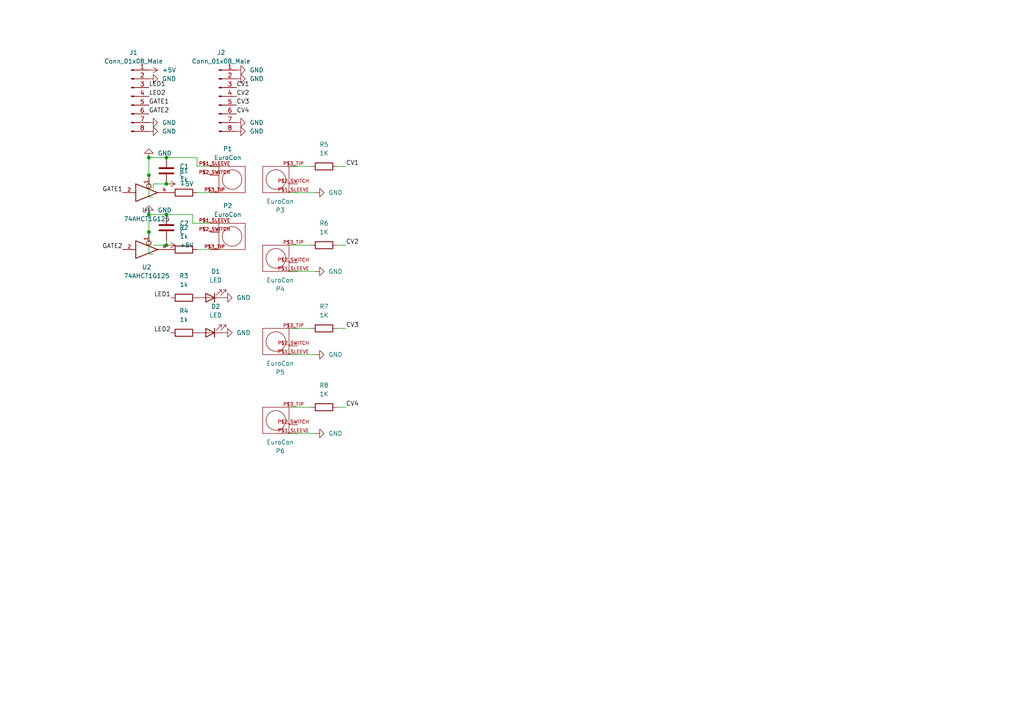
<source format=kicad_sch>
(kicad_sch (version 20211123) (generator eeschema)
  (paper "A4")
  (lib_symbols
    (symbol "74xGxx:74AHCT1G125" (pin_names (offset 1.016))
      (property "Reference" "U" (at -2.54 3.81 0))
      (property "Value" "74AHCT1G125" (at 0 -3.81 0))
      (symbol "74AHCT1G125_0_1"
        (polyline (pts (xy -3.81 2.54) (xy -3.81 -2.54) (xy 2.54 0) (xy -3.81 2.54)) (stroke (width 0.254)))
      )
      (symbol "74AHCT1G125_1_1"
        (pin input inverted (at 0 5.08 270) (length 3.81) (name "~") (number "1"))
        (pin input line (at -7.62 0 0) (length 3.81) (name "~") (number "2"))
        (pin power_in line (at 1.27 -1.27 270) (length 0) hide (name "GND") (number "3"))
        (pin tri_state line (at 6.35 0 180) (length 3.81) (name "~") (number "4"))
        (pin power_in line (at 1.27 1.27 90) (length 0) hide (name "VCC") (number "5"))
      )
    )
    (symbol "Connector:Conn_01x08_Male" (pin_names (offset 1.016) hide)
      (property "Reference" "J" (at 0 10.16 0))
      (property "Value" "Conn_01x08_Male" (at 0 -12.7 0))
      (symbol "Conn_01x08_Male_1_1"
        (polyline (pts (xy 1.27 -10.16) (xy 0.8636 -10.16)) (stroke (width 0.1524)))
        (polyline (pts (xy 1.27 -7.62) (xy 0.8636 -7.62)) (stroke (width 0.1524)))
        (polyline (pts (xy 1.27 -5.08) (xy 0.8636 -5.08)) (stroke (width 0.1524)))
        (polyline (pts (xy 1.27 -2.54) (xy 0.8636 -2.54)) (stroke (width 0.1524)))
        (polyline (pts (xy 1.27 0) (xy 0.8636 0)) (stroke (width 0.1524)))
        (polyline (pts (xy 1.27 2.54) (xy 0.8636 2.54)) (stroke (width 0.1524)))
        (polyline (pts (xy 1.27 5.08) (xy 0.8636 5.08)) (stroke (width 0.1524)))
        (polyline (pts (xy 1.27 7.62) (xy 0.8636 7.62)) (stroke (width 0.1524)))
        (rectangle (start 0.8636 -10.033) (end 0 -10.287) (stroke (width 0.1524)) (fill (type outline)))
        (rectangle (start 0.8636 -7.493) (end 0 -7.747) (stroke (width 0.1524)) (fill (type outline)))
        (rectangle (start 0.8636 -4.953) (end 0 -5.207) (stroke (width 0.1524)) (fill (type outline)))
        (rectangle (start 0.8636 -2.413) (end 0 -2.667) (stroke (width 0.1524)) (fill (type outline)))
        (rectangle (start 0.8636 0.127) (end 0 -0.127) (stroke (width 0.1524)) (fill (type outline)))
        (rectangle (start 0.8636 2.667) (end 0 2.413) (stroke (width 0.1524)) (fill (type outline)))
        (rectangle (start 0.8636 5.207) (end 0 4.953) (stroke (width 0.1524)) (fill (type outline)))
        (rectangle (start 0.8636 7.747) (end 0 7.493) (stroke (width 0.1524)) (fill (type outline)))
        (pin passive line (at 5.08 7.62 180) (length 3.81) (name "Pin_1") (number "1"))
        (pin passive line (at 5.08 5.08 180) (length 3.81) (name "Pin_2") (number "2"))
        (pin passive line (at 5.08 2.54 180) (length 3.81) (name "Pin_3") (number "3"))
        (pin passive line (at 5.08 0 180) (length 3.81) (name "Pin_4") (number "4"))
        (pin passive line (at 5.08 -2.54 180) (length 3.81) (name "Pin_5") (number "5"))
        (pin passive line (at 5.08 -5.08 180) (length 3.81) (name "Pin_6") (number "6"))
        (pin passive line (at 5.08 -7.62 180) (length 3.81) (name "Pin_7") (number "7"))
        (pin passive line (at 5.08 -10.16 180) (length 3.81) (name "Pin_8") (number "8"))
      )
    )
    (symbol "Device:C" (pin_numbers hide) (pin_names (offset 0.254))
      (property "Reference" "C" (at 0.635 2.54 0))
      (property "Value" "C" (at 0.635 -2.54 0))
      (symbol "C_0_1"
        (polyline (pts (xy -2.032 -0.762) (xy 2.032 -0.762)) (stroke (width 0.508)))
        (polyline (pts (xy -2.032 0.762) (xy 2.032 0.762)) (stroke (width 0.508)))
      )
      (symbol "C_1_1"
        (pin passive line (at 0 3.81 270) (length 2.794) (name "~") (number "1"))
        (pin passive line (at 0 -3.81 90) (length 2.794) (name "~") (number "2"))
      )
    )
    (symbol "Device:LED" (pin_numbers hide) (pin_names (offset 1.016) hide)
      (property "Reference" "D" (at 0 2.54 0))
      (property "Value" "LED" (at 0 -2.54 0))
      (symbol "LED_0_1"
        (polyline (pts (xy -1.27 -1.27) (xy -1.27 1.27)) (stroke (width 0.254)))
        (polyline (pts (xy -1.27 0) (xy 1.27 0)))
        (polyline (pts (xy 1.27 -1.27) (xy 1.27 1.27) (xy -1.27 0) (xy 1.27 -1.27)) (stroke (width 0.254)))
        (polyline (pts (xy -3.048 -0.762) (xy -4.572 -2.286) (xy -3.81 -2.286) (xy -4.572 -2.286) (xy -4.572 -1.524)))
        (polyline (pts (xy -1.778 -0.762) (xy -3.302 -2.286) (xy -2.54 -2.286) (xy -3.302 -2.286) (xy -3.302 -1.524)))
      )
      (symbol "LED_1_1"
        (pin passive line (at -3.81 0 0) (length 2.54) (name "K") (number "1"))
        (pin passive line (at 3.81 0 180) (length 2.54) (name "A") (number "2"))
      )
    )
    (symbol "Device:R" (pin_numbers hide) (pin_names (offset 0))
      (property "Reference" "R" (at 2.032 0 90))
      (property "Value" "R" (at 0 0 90))
      (symbol "R_0_1"
        (rectangle (start -1.016 -2.54) (end 1.016 2.54) (stroke (width 0.254)))
      )
      (symbol "R_1_1"
        (pin passive line (at 0 3.81 270) (length 1.27) (name "~") (number "1"))
        (pin passive line (at 0 -3.81 90) (length 1.27) (name "~") (number "2"))
      )
    )
    (symbol "Extra Parts:EuroCon"
      (property "Reference" "P" (at 0 -16.51 0))
      (property "Value" "EuroCon" (at 0 0 0))
      (symbol "EuroCon_0_1"
        (rectangle (start -3.81 -2.54) (end 3.81 -10.16))
        (circle (center 0 -6.35) (radius 2.8398))
      )
      (symbol "EuroCon_1_1"
        (pin passive line (at 3.81 -10.16 0) (length 2.54) (name "") (number "P$1_SLEEVE"))
        (pin bidirectional line (at 3.81 -7.62 0) (length 2.54) (name "") (number "P$2_SWITCH"))
        (pin bidirectional line (at 3.81 -2.54 0) (length 2.54) (name "") (number "P$3_TIP"))
      )
    )
    (symbol "power:+5V" (power) (pin_names (offset 0))
      (property "Value" "+5V" (at 0 3.556 0))
      (symbol "+5V_0_1"
        (polyline (pts (xy -0.762 1.27) (xy 0 2.54)))
        (polyline (pts (xy 0 0) (xy 0 2.54)))
        (polyline (pts (xy 0 2.54) (xy 0.762 1.27)))
      )
      (symbol "+5V_1_1"
        (pin power_in line (at 0 0 90) (length 0) hide (name "+5V") (number "1"))
      )
    )
    (symbol "power:GND" (power) (pin_names (offset 0))
      (property "Value" "GND" (at 0 -3.81 0))
      (symbol "GND_0_1"
        (polyline (pts (xy 0 0) (xy 0 -1.27) (xy 1.27 -1.27) (xy 0 -2.54) (xy -1.27 -1.27) (xy 0 -1.27)))
      )
      (symbol "GND_1_1"
        (pin power_in line (at 0 0 270) (length 0) hide (name "GND") (number "1"))
      )
    )
  )
  (junction (at 48.26 71.12))
  (junction (at 48.26 62.23))
  (junction (at 43.18 45.72))
  (junction (at 48.26 53.34))
  (junction (at 43.18 67.31))
  (junction (at 43.18 62.23))
  (junction (at 43.18 50.8))
  (junction (at 48.26 45.72))
  (wire (pts (xy 57.15 45.72) (xy 48.26 45.72)))
  (wire (pts (xy 90.17 71.12) (xy 83.82 71.12)))
  (wire (pts (xy 44.45 73.66) (xy 43.18 73.66)))
  (wire (pts (xy 100.33 118.11) (xy 97.79 118.11)))
  (wire (pts (xy 57.15 48.26) (xy 57.15 45.72)))
  (wire (pts (xy 43.18 45.72) (xy 43.18 50.8)))
  (wire (pts (xy 83.82 102.87) (xy 91.44 102.87)))
  (wire (pts (xy 63.5 64.77) (xy 55.88 64.77)))
  (wire (pts (xy 44.45 53.34) (xy 48.26 53.34)))
  (wire (pts (xy 43.18 67.31) (xy 43.18 73.66)))
  (wire (pts (xy 57.15 72.39) (xy 63.5 72.39)))
  (wire (pts (xy 43.18 50.8) (xy 43.18 57.15)))
  (wire (pts (xy 43.18 62.23) (xy 48.26 62.23)))
  (wire (pts (xy 83.82 78.74) (xy 91.44 78.74)))
  (wire (pts (xy 100.33 48.26) (xy 97.79 48.26)))
  (wire (pts (xy 43.18 45.72) (xy 48.26 45.72)))
  (wire (pts (xy 63.5 48.26) (xy 57.15 48.26)))
  (wire (pts (xy 48.26 71.12) (xy 48.26 69.85)))
  (wire (pts (xy 55.88 64.77) (xy 55.88 62.23)))
  (wire (pts (xy 57.15 55.88) (xy 63.5 55.88)))
  (wire (pts (xy 100.33 71.12) (xy 97.79 71.12)))
  (wire (pts (xy 90.17 48.26) (xy 83.82 48.26)))
  (wire (pts (xy 90.17 118.11) (xy 83.82 118.11)))
  (wire (pts (xy 83.82 125.73) (xy 91.44 125.73)))
  (wire (pts (xy 44.45 57.15) (xy 43.18 57.15)))
  (wire (pts (xy 44.45 71.12) (xy 48.26 71.12)))
  (wire (pts (xy 90.17 95.25) (xy 83.82 95.25)))
  (wire (pts (xy 100.33 95.25) (xy 97.79 95.25)))
  (wire (pts (xy 44.45 54.61) (xy 44.45 53.34)))
  (wire (pts (xy 43.18 62.23) (xy 43.18 67.31)))
  (wire (pts (xy 55.88 62.23) (xy 48.26 62.23)))
  (wire (pts (xy 83.82 55.88) (xy 91.44 55.88)))
  (label "CV2" (at 68.58 27.94 0))
  (label "CV3" (at 100.33 95.25 0))
  (label "GATE2" (at 43.18 33.02 0))
  (label "GATE1" (at 35.56 55.88 180))
  (label "LED1" (at 49.53 86.36 180))
  (label "LED2" (at 43.18 27.94 0))
  (label "CV4" (at 100.33 118.11 0))
  (label "LED2" (at 49.53 96.52 180))
  (label "LED1" (at 43.18 25.4 0))
  (label "CV2" (at 100.33 71.12 0))
  (label "CV1" (at 100.33 48.26 0))
  (label "GATE1" (at 43.18 30.48 0))
  (label "CV1" (at 68.58 25.4 0))
  (label "CV4" (at 68.58 33.02 0))
  (label "CV3" (at 68.58 30.48 0))
  (label "GATE2" (at 35.56 72.39 180))
  (symbol (lib_id "Connector:Conn_01x08_Male") (at 63.5 27.94 0) (unit 1)
    (property "Reference" "J2" (at 64.135 15.24 0))
    (property "Value" "Conn_01x08_Male" (at 64.135 17.78 0))
    (property "Footprint" "Connector_PinSocket_2.54mm:PinSocket_1x08_P2.54mm_Vertical" (effects hide))
  )
  (symbol (lib_id "power:+5V") (at 43.18 20.32 270) (unit 1)
    (property "Reference" "#PWR0107" (effects hide))
    (property "Value" "+5V" (at 46.99 20.3199 90) (effects (justify left)))
  )
  (symbol (lib_id "power:GND") (at 43.18 38.1 90) (unit 1)
    (property "Reference" "#PWR0111" (effects hide))
    (property "Value" "GND" (at 46.99 38.0999 90) (effects (justify right)))
  )
  (symbol (lib_id "Device:R") (at 53.34 55.88 90) (unit 1)
    (property "Reference" "R1" (at 53.34 49.53 90))
    (property "Value" "1k" (at 53.34 52.07 90))
    (property "Footprint" "Resistor_SMD:R_0805_2012Metric_Pad1.20x1.40mm_HandSolder" (effects hide))
  )
  (symbol (lib_id "Connector:Conn_01x08_Male") (at 38.1 27.94 0) (unit 1)
    (property "Reference" "J1" (at 38.735 15.24 0))
    (property "Value" "Conn_01x08_Male" (at 38.735 17.78 0))
    (property "Footprint" "Connector_PinSocket_2.54mm:PinSocket_1x08_P2.54mm_Vertical" (effects hide))
  )
  (symbol (lib_id "Extra Parts:EuroCon") (at 67.31 58.42 180) (unit 1)
    (property "Reference" "P1" (at 66.04 43.18 0))
    (property "Value" "EuroCon" (at 66.04 45.72 0))
    (property "Footprint" "MusicThingModular:THONKICONN" (effects hide))
  )
  (symbol (lib_id "Device:R") (at 93.98 95.25 90) (unit 1)
    (property "Reference" "R7" (at 93.98 88.9 90))
    (property "Value" "1K" (at 93.98 91.44 90))
    (property "Footprint" "Resistor_SMD:R_0805_2012Metric_Pad1.20x1.40mm_HandSolder" (effects hide))
  )
  (symbol (lib_id "power:+5V") (at 48.26 53.34 270) (unit 1)
    (property "Reference" "#PWR?" (effects hide))
    (property "Value" "+5V" (at 52.07 53.3399 90) (effects (justify left)))
  )
  (symbol (lib_id "Extra Parts:EuroCon") (at 67.31 74.93 180) (unit 1)
    (property "Reference" "P2" (at 66.04 59.69 0))
    (property "Value" "EuroCon" (at 66.04 62.23 0))
    (property "Footprint" "MusicThingModular:THONKICONN" (effects hide))
  )
  (symbol (lib_id "Device:R") (at 53.34 72.39 90) (unit 1)
    (property "Reference" "R2" (at 53.34 66.04 90))
    (property "Value" "1k" (at 53.34 68.58 90))
    (property "Footprint" "Resistor_SMD:R_0805_2012Metric_Pad1.20x1.40mm_HandSolder" (effects hide))
  )
  (symbol (lib_id "power:GND") (at 91.44 125.73 90) (unit 1)
    (property "Reference" "#PWR0101" (effects hide))
    (property "Value" "GND" (at 95.25 125.7299 90) (effects (justify right)))
  )
  (symbol (lib_id "power:GND") (at 43.18 62.23 180) (unit 1)
    (property "Reference" "#PWR0114" (effects hide))
    (property "Value" "GND" (at 45.72 60.9599 0) (effects (justify right)))
  )
  (symbol (lib_id "Device:R") (at 53.34 86.36 90) (unit 1)
    (property "Reference" "R3" (at 53.34 80.01 90))
    (property "Value" "1k" (at 53.34 82.55 90))
    (property "Footprint" "Resistor_SMD:R_0805_2012Metric_Pad1.20x1.40mm_HandSolder" (effects hide))
  )
  (symbol (lib_id "Extra Parts:EuroCon") (at 80.01 45.72 0) (unit 1)
    (property "Reference" "P3" (at 81.28 60.96 0))
    (property "Value" "EuroCon" (at 81.28 58.42 0))
    (property "Footprint" "MusicThingModular:THONKICONN" (effects hide))
  )
  (symbol (lib_id "power:GND") (at 91.44 102.87 90) (unit 1)
    (property "Reference" "#PWR0102" (effects hide))
    (property "Value" "GND" (at 95.25 102.8699 90) (effects (justify right)))
  )
  (symbol (lib_id "Device:C") (at 48.26 66.04 180) (unit 1)
    (property "Reference" "C2" (at 52.07 64.7699 0) (effects (justify right)))
    (property "Value" "C" (at 52.07 67.3099 0) (effects (justify right)))
    (property "Footprint" "Capacitor_SMD:C_0805_2012Metric_Pad1.18x1.45mm_HandSolder" (effects hide))
  )
  (symbol (lib_id "power:GND") (at 91.44 55.88 90) (unit 1)
    (property "Reference" "#PWR0115" (effects hide))
    (property "Value" "GND" (at 95.25 55.8799 90) (effects (justify right)))
  )
  (symbol (lib_id "power:GND") (at 43.18 45.72 180) (unit 1)
    (property "Reference" "#PWR0105" (effects hide))
    (property "Value" "GND" (at 45.72 44.4499 0) (effects (justify right)))
  )
  (symbol (lib_id "Extra Parts:EuroCon") (at 80.01 115.57 0) (unit 1)
    (property "Reference" "P6" (at 81.28 130.81 0))
    (property "Value" "EuroCon" (at 81.28 128.27 0))
    (property "Footprint" "MusicThingModular:THONKICONN" (effects hide))
  )
  (symbol (lib_id "power:GND") (at 91.44 78.74 90) (unit 1)
    (property "Reference" "#PWR0116" (effects hide))
    (property "Value" "GND" (at 95.25 78.7399 90) (effects (justify right)))
  )
  (symbol (lib_id "Extra Parts:EuroCon") (at 80.01 68.58 0) (unit 1)
    (property "Reference" "P4" (at 81.28 83.82 0))
    (property "Value" "EuroCon" (at 81.28 81.28 0))
    (property "Footprint" "MusicThingModular:THONKICONN" (effects hide))
  )
  (symbol (lib_id "Device:R") (at 93.98 48.26 90) (unit 1)
    (property "Reference" "R5" (at 93.98 41.91 90))
    (property "Value" "1K" (at 93.98 44.45 90))
    (property "Footprint" "Resistor_SMD:R_0805_2012Metric_Pad1.20x1.40mm_HandSolder" (effects hide))
  )
  (symbol (lib_id "power:GND") (at 68.58 35.56 90) (unit 1)
    (property "Reference" "#PWR0112" (effects hide))
    (property "Value" "GND" (at 72.39 35.5599 90) (effects (justify right)))
  )
  (symbol (lib_id "Device:C") (at 48.26 49.53 180) (unit 1)
    (property "Reference" "C1" (at 52.07 48.2599 0) (effects (justify right)))
    (property "Value" "C" (at 52.07 50.7999 0) (effects (justify right)))
    (property "Footprint" "Capacitor_SMD:C_0805_2012Metric_Pad1.18x1.45mm_HandSolder" (effects hide))
  )
  (symbol (lib_id "power:GND") (at 64.77 96.52 90) (unit 1)
    (property "Reference" "#PWR0104" (effects hide))
    (property "Value" "GND" (at 68.58 96.5199 90) (effects (justify right)))
  )
  (symbol (lib_id "Device:R") (at 93.98 71.12 90) (unit 1)
    (property "Reference" "R6" (at 93.98 64.77 90))
    (property "Value" "1K" (at 93.98 67.31 90))
    (property "Footprint" "Resistor_SMD:R_0805_2012Metric_Pad1.20x1.40mm_HandSolder" (effects hide))
  )
  (symbol (lib_id "Device:R") (at 93.98 118.11 90) (unit 1)
    (property "Reference" "R8" (at 93.98 111.76 90))
    (property "Value" "1K" (at 93.98 114.3 90))
    (property "Footprint" "Resistor_SMD:R_0805_2012Metric_Pad1.20x1.40mm_HandSolder" (effects hide))
  )
  (symbol (lib_id "Device:LED") (at 60.96 96.52 180) (unit 1)
    (property "Reference" "D2" (at 62.5475 88.9 0))
    (property "Value" "LED" (at 62.5475 91.44 0))
    (property "Footprint" "LED_THT:LED_D3.0mm" (effects hide))
  )
  (symbol (lib_id "74xGxx:74AHCT1G125") (at 43.18 72.39 0) (unit 1)
    (property "Reference" "U2" (at 42.545 77.47 0))
    (property "Value" "74AHCT1G125" (at 42.545 80.01 0))
    (property "Footprint" "Package_TO_SOT_SMD:SOT-23-5" (effects hide))
    (property "Datasheet" "http://www.ti.com/lit/sg/scyt129e/scyt129e.pdf" (effects hide))
  )
  (symbol (lib_id "power:+5V") (at 48.26 71.12 270) (unit 1)
    (property "Reference" "#PWR?" (effects hide))
    (property "Value" "+5V" (at 52.07 71.1199 90) (effects (justify left)))
  )
  (symbol (lib_id "power:GND") (at 64.77 86.36 90) (unit 1)
    (property "Reference" "#PWR0103" (effects hide))
    (property "Value" "GND" (at 68.58 86.3599 90) (effects (justify right)))
  )
  (symbol (lib_id "Device:LED") (at 60.96 86.36 180) (unit 1)
    (property "Reference" "D1" (at 62.5475 78.74 0))
    (property "Value" "LED" (at 62.5475 81.28 0))
    (property "Footprint" "LED_THT:LED_D3.0mm" (effects hide))
  )
  (symbol (lib_id "power:GND") (at 68.58 20.32 90) (unit 1)
    (property "Reference" "#PWR0108" (effects hide))
    (property "Value" "GND" (at 72.39 20.3199 90) (effects (justify right)))
  )
  (symbol (lib_id "power:GND") (at 43.18 22.86 90) (unit 1)
    (property "Reference" "#PWR0106" (effects hide))
    (property "Value" "GND" (at 46.99 22.8599 90) (effects (justify right)))
  )
  (symbol (lib_id "power:GND") (at 68.58 22.86 90) (unit 1)
    (property "Reference" "#PWR0109" (effects hide))
    (property "Value" "GND" (at 72.39 22.8599 90) (effects (justify right)))
  )
  (symbol (lib_id "power:GND") (at 43.18 35.56 90) (unit 1)
    (property "Reference" "#PWR0110" (effects hide))
    (property "Value" "GND" (at 46.99 35.5599 90) (effects (justify right)))
  )
  (symbol (lib_id "Extra Parts:EuroCon") (at 80.01 92.71 0) (unit 1)
    (property "Reference" "P5" (at 81.28 107.95 0))
    (property "Value" "EuroCon" (at 81.28 105.41 0))
    (property "Footprint" "MusicThingModular:THONKICONN" (effects hide))
  )
  (symbol (lib_id "74xGxx:74AHCT1G125") (at 43.18 55.88 0) (unit 1)
    (property "Reference" "U1" (at 42.545 60.96 0))
    (property "Value" "74AHCT1G125" (at 42.545 63.5 0))
    (property "Footprint" "Package_TO_SOT_SMD:SOT-23-5" (effects hide))
    (property "Datasheet" "http://www.ti.com/lit/sg/scyt129e/scyt129e.pdf" (effects hide))
  )
  (symbol (lib_id "Device:R") (at 53.34 96.52 90) (unit 1)
    (property "Reference" "R4" (at 53.34 90.17 90))
    (property "Value" "1k" (at 53.34 92.71 90))
    (property "Footprint" "Resistor_SMD:R_0805_2012Metric_Pad1.20x1.40mm_HandSolder" (effects hide))
  )
  (symbol (lib_id "power:GND") (at 68.58 38.1 90) (unit 1)
    (property "Reference" "#PWR0113" (effects hide))
    (property "Value" "GND" (at 72.39 38.0999 90) (effects (justify right)))
  )
)
</source>
